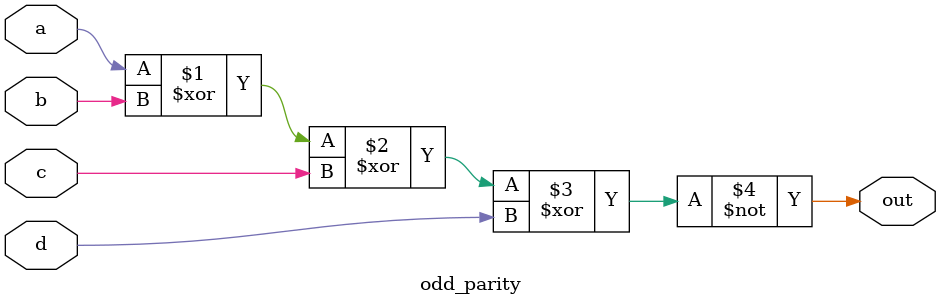
<source format=v>
`timescale 1ns / 1ps


module odd_parity(
input a,b,c,d,
output  out
    );
    
    assign out= ~(a ^ b ^ c ^ d);
endmodule

</source>
